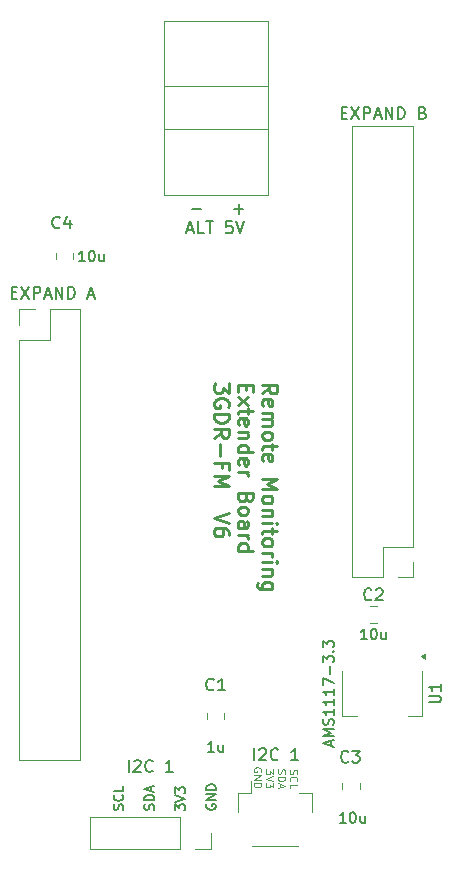
<source format=gbr>
%TF.GenerationSoftware,KiCad,Pcbnew,8.0.8*%
%TF.CreationDate,2025-01-31T12:33:27+11:00*%
%TF.ProjectId,v6_equip_joiner,76365f65-7175-4697-905f-6a6f696e6572,rev?*%
%TF.SameCoordinates,Original*%
%TF.FileFunction,Legend,Top*%
%TF.FilePolarity,Positive*%
%FSLAX46Y46*%
G04 Gerber Fmt 4.6, Leading zero omitted, Abs format (unit mm)*
G04 Created by KiCad (PCBNEW 8.0.8) date 2025-01-31 12:33:27*
%MOMM*%
%LPD*%
G01*
G04 APERTURE LIST*
%ADD10C,0.203200*%
%ADD11C,0.127000*%
%ADD12C,0.101600*%
%ADD13C,0.254000*%
%ADD14C,0.150000*%
%ADD15C,0.152400*%
%ADD16C,0.120000*%
%ADD17C,0.100000*%
G04 APERTURE END LIST*
D10*
X155671188Y-46696646D02*
X156445284Y-46696646D01*
X159251378Y-46696646D02*
X160025474Y-46696646D01*
X159638426Y-47083693D02*
X159638426Y-46309598D01*
D11*
X149814048Y-97577028D02*
X149852752Y-97460914D01*
X149852752Y-97460914D02*
X149852752Y-97267390D01*
X149852752Y-97267390D02*
X149814048Y-97189981D01*
X149814048Y-97189981D02*
X149775343Y-97151276D01*
X149775343Y-97151276D02*
X149697933Y-97112571D01*
X149697933Y-97112571D02*
X149620524Y-97112571D01*
X149620524Y-97112571D02*
X149543114Y-97151276D01*
X149543114Y-97151276D02*
X149504409Y-97189981D01*
X149504409Y-97189981D02*
X149465705Y-97267390D01*
X149465705Y-97267390D02*
X149427000Y-97422209D01*
X149427000Y-97422209D02*
X149388295Y-97499619D01*
X149388295Y-97499619D02*
X149349590Y-97538324D01*
X149349590Y-97538324D02*
X149272181Y-97577028D01*
X149272181Y-97577028D02*
X149194771Y-97577028D01*
X149194771Y-97577028D02*
X149117362Y-97538324D01*
X149117362Y-97538324D02*
X149078657Y-97499619D01*
X149078657Y-97499619D02*
X149039952Y-97422209D01*
X149039952Y-97422209D02*
X149039952Y-97228686D01*
X149039952Y-97228686D02*
X149078657Y-97112571D01*
X149775343Y-96299772D02*
X149814048Y-96338476D01*
X149814048Y-96338476D02*
X149852752Y-96454591D01*
X149852752Y-96454591D02*
X149852752Y-96532000D01*
X149852752Y-96532000D02*
X149814048Y-96648114D01*
X149814048Y-96648114D02*
X149736638Y-96725524D01*
X149736638Y-96725524D02*
X149659228Y-96764229D01*
X149659228Y-96764229D02*
X149504409Y-96802933D01*
X149504409Y-96802933D02*
X149388295Y-96802933D01*
X149388295Y-96802933D02*
X149233476Y-96764229D01*
X149233476Y-96764229D02*
X149156067Y-96725524D01*
X149156067Y-96725524D02*
X149078657Y-96648114D01*
X149078657Y-96648114D02*
X149039952Y-96532000D01*
X149039952Y-96532000D02*
X149039952Y-96454591D01*
X149039952Y-96454591D02*
X149078657Y-96338476D01*
X149078657Y-96338476D02*
X149117362Y-96299772D01*
X149852752Y-95564381D02*
X149852752Y-95951429D01*
X149852752Y-95951429D02*
X149039952Y-95951429D01*
X152431172Y-97577028D02*
X152469876Y-97460914D01*
X152469876Y-97460914D02*
X152469876Y-97267390D01*
X152469876Y-97267390D02*
X152431172Y-97189981D01*
X152431172Y-97189981D02*
X152392467Y-97151276D01*
X152392467Y-97151276D02*
X152315057Y-97112571D01*
X152315057Y-97112571D02*
X152237648Y-97112571D01*
X152237648Y-97112571D02*
X152160238Y-97151276D01*
X152160238Y-97151276D02*
X152121533Y-97189981D01*
X152121533Y-97189981D02*
X152082829Y-97267390D01*
X152082829Y-97267390D02*
X152044124Y-97422209D01*
X152044124Y-97422209D02*
X152005419Y-97499619D01*
X152005419Y-97499619D02*
X151966714Y-97538324D01*
X151966714Y-97538324D02*
X151889305Y-97577028D01*
X151889305Y-97577028D02*
X151811895Y-97577028D01*
X151811895Y-97577028D02*
X151734486Y-97538324D01*
X151734486Y-97538324D02*
X151695781Y-97499619D01*
X151695781Y-97499619D02*
X151657076Y-97422209D01*
X151657076Y-97422209D02*
X151657076Y-97228686D01*
X151657076Y-97228686D02*
X151695781Y-97112571D01*
X152469876Y-96764229D02*
X151657076Y-96764229D01*
X151657076Y-96764229D02*
X151657076Y-96570705D01*
X151657076Y-96570705D02*
X151695781Y-96454591D01*
X151695781Y-96454591D02*
X151773191Y-96377181D01*
X151773191Y-96377181D02*
X151850600Y-96338476D01*
X151850600Y-96338476D02*
X152005419Y-96299772D01*
X152005419Y-96299772D02*
X152121533Y-96299772D01*
X152121533Y-96299772D02*
X152276352Y-96338476D01*
X152276352Y-96338476D02*
X152353762Y-96377181D01*
X152353762Y-96377181D02*
X152431172Y-96454591D01*
X152431172Y-96454591D02*
X152469876Y-96570705D01*
X152469876Y-96570705D02*
X152469876Y-96764229D01*
X152237648Y-95990133D02*
X152237648Y-95603086D01*
X152469876Y-96067543D02*
X151657076Y-95796610D01*
X151657076Y-95796610D02*
X152469876Y-95525676D01*
X154274200Y-97615733D02*
X154274200Y-97112571D01*
X154274200Y-97112571D02*
X154583838Y-97383505D01*
X154583838Y-97383505D02*
X154583838Y-97267390D01*
X154583838Y-97267390D02*
X154622543Y-97189981D01*
X154622543Y-97189981D02*
X154661248Y-97151276D01*
X154661248Y-97151276D02*
X154738657Y-97112571D01*
X154738657Y-97112571D02*
X154932181Y-97112571D01*
X154932181Y-97112571D02*
X155009591Y-97151276D01*
X155009591Y-97151276D02*
X155048296Y-97189981D01*
X155048296Y-97189981D02*
X155087000Y-97267390D01*
X155087000Y-97267390D02*
X155087000Y-97499619D01*
X155087000Y-97499619D02*
X155048296Y-97577028D01*
X155048296Y-97577028D02*
X155009591Y-97615733D01*
X154274200Y-96880343D02*
X155087000Y-96609410D01*
X155087000Y-96609410D02*
X154274200Y-96338476D01*
X154274200Y-96144952D02*
X154274200Y-95641790D01*
X154274200Y-95641790D02*
X154583838Y-95912724D01*
X154583838Y-95912724D02*
X154583838Y-95796609D01*
X154583838Y-95796609D02*
X154622543Y-95719200D01*
X154622543Y-95719200D02*
X154661248Y-95680495D01*
X154661248Y-95680495D02*
X154738657Y-95641790D01*
X154738657Y-95641790D02*
X154932181Y-95641790D01*
X154932181Y-95641790D02*
X155009591Y-95680495D01*
X155009591Y-95680495D02*
X155048296Y-95719200D01*
X155048296Y-95719200D02*
X155087000Y-95796609D01*
X155087000Y-95796609D02*
X155087000Y-96028838D01*
X155087000Y-96028838D02*
X155048296Y-96106247D01*
X155048296Y-96106247D02*
X155009591Y-96144952D01*
X156930029Y-97112571D02*
X156891324Y-97189981D01*
X156891324Y-97189981D02*
X156891324Y-97306095D01*
X156891324Y-97306095D02*
X156930029Y-97422209D01*
X156930029Y-97422209D02*
X157007439Y-97499619D01*
X157007439Y-97499619D02*
X157084848Y-97538324D01*
X157084848Y-97538324D02*
X157239667Y-97577028D01*
X157239667Y-97577028D02*
X157355781Y-97577028D01*
X157355781Y-97577028D02*
X157510600Y-97538324D01*
X157510600Y-97538324D02*
X157588010Y-97499619D01*
X157588010Y-97499619D02*
X157665420Y-97422209D01*
X157665420Y-97422209D02*
X157704124Y-97306095D01*
X157704124Y-97306095D02*
X157704124Y-97228686D01*
X157704124Y-97228686D02*
X157665420Y-97112571D01*
X157665420Y-97112571D02*
X157626715Y-97073867D01*
X157626715Y-97073867D02*
X157355781Y-97073867D01*
X157355781Y-97073867D02*
X157355781Y-97228686D01*
X157704124Y-96725524D02*
X156891324Y-96725524D01*
X156891324Y-96725524D02*
X157704124Y-96261067D01*
X157704124Y-96261067D02*
X156891324Y-96261067D01*
X157704124Y-95874019D02*
X156891324Y-95874019D01*
X156891324Y-95874019D02*
X156891324Y-95680495D01*
X156891324Y-95680495D02*
X156930029Y-95564381D01*
X156930029Y-95564381D02*
X157007439Y-95486971D01*
X157007439Y-95486971D02*
X157084848Y-95448266D01*
X157084848Y-95448266D02*
X157239667Y-95409562D01*
X157239667Y-95409562D02*
X157355781Y-95409562D01*
X157355781Y-95409562D02*
X157510600Y-95448266D01*
X157510600Y-95448266D02*
X157588010Y-95486971D01*
X157588010Y-95486971D02*
X157665420Y-95564381D01*
X157665420Y-95564381D02*
X157704124Y-95680495D01*
X157704124Y-95680495D02*
X157704124Y-95874019D01*
D12*
X163987576Y-94159900D02*
X163957337Y-94250614D01*
X163957337Y-94250614D02*
X163957337Y-94401805D01*
X163957337Y-94401805D02*
X163987576Y-94462281D01*
X163987576Y-94462281D02*
X164017814Y-94492519D01*
X164017814Y-94492519D02*
X164078290Y-94522757D01*
X164078290Y-94522757D02*
X164138766Y-94522757D01*
X164138766Y-94522757D02*
X164199242Y-94492519D01*
X164199242Y-94492519D02*
X164229480Y-94462281D01*
X164229480Y-94462281D02*
X164259718Y-94401805D01*
X164259718Y-94401805D02*
X164289956Y-94280852D01*
X164289956Y-94280852D02*
X164320195Y-94220376D01*
X164320195Y-94220376D02*
X164350433Y-94190138D01*
X164350433Y-94190138D02*
X164410909Y-94159900D01*
X164410909Y-94159900D02*
X164471385Y-94159900D01*
X164471385Y-94159900D02*
X164531861Y-94190138D01*
X164531861Y-94190138D02*
X164562099Y-94220376D01*
X164562099Y-94220376D02*
X164592337Y-94280852D01*
X164592337Y-94280852D02*
X164592337Y-94432043D01*
X164592337Y-94432043D02*
X164562099Y-94522757D01*
X164017814Y-95157757D02*
X163987576Y-95127519D01*
X163987576Y-95127519D02*
X163957337Y-95036805D01*
X163957337Y-95036805D02*
X163957337Y-94976329D01*
X163957337Y-94976329D02*
X163987576Y-94885614D01*
X163987576Y-94885614D02*
X164048052Y-94825138D01*
X164048052Y-94825138D02*
X164108528Y-94794900D01*
X164108528Y-94794900D02*
X164229480Y-94764662D01*
X164229480Y-94764662D02*
X164320195Y-94764662D01*
X164320195Y-94764662D02*
X164441147Y-94794900D01*
X164441147Y-94794900D02*
X164501623Y-94825138D01*
X164501623Y-94825138D02*
X164562099Y-94885614D01*
X164562099Y-94885614D02*
X164592337Y-94976329D01*
X164592337Y-94976329D02*
X164592337Y-95036805D01*
X164592337Y-95036805D02*
X164562099Y-95127519D01*
X164562099Y-95127519D02*
X164531861Y-95157757D01*
X163957337Y-95732281D02*
X163957337Y-95429900D01*
X163957337Y-95429900D02*
X164592337Y-95429900D01*
X162965262Y-94129662D02*
X162935023Y-94220376D01*
X162935023Y-94220376D02*
X162935023Y-94371567D01*
X162935023Y-94371567D02*
X162965262Y-94432043D01*
X162965262Y-94432043D02*
X162995500Y-94462281D01*
X162995500Y-94462281D02*
X163055976Y-94492519D01*
X163055976Y-94492519D02*
X163116452Y-94492519D01*
X163116452Y-94492519D02*
X163176928Y-94462281D01*
X163176928Y-94462281D02*
X163207166Y-94432043D01*
X163207166Y-94432043D02*
X163237404Y-94371567D01*
X163237404Y-94371567D02*
X163267642Y-94250614D01*
X163267642Y-94250614D02*
X163297881Y-94190138D01*
X163297881Y-94190138D02*
X163328119Y-94159900D01*
X163328119Y-94159900D02*
X163388595Y-94129662D01*
X163388595Y-94129662D02*
X163449071Y-94129662D01*
X163449071Y-94129662D02*
X163509547Y-94159900D01*
X163509547Y-94159900D02*
X163539785Y-94190138D01*
X163539785Y-94190138D02*
X163570023Y-94250614D01*
X163570023Y-94250614D02*
X163570023Y-94401805D01*
X163570023Y-94401805D02*
X163539785Y-94492519D01*
X162935023Y-94764662D02*
X163570023Y-94764662D01*
X163570023Y-94764662D02*
X163570023Y-94915852D01*
X163570023Y-94915852D02*
X163539785Y-95006567D01*
X163539785Y-95006567D02*
X163479309Y-95067043D01*
X163479309Y-95067043D02*
X163418833Y-95097281D01*
X163418833Y-95097281D02*
X163297881Y-95127519D01*
X163297881Y-95127519D02*
X163207166Y-95127519D01*
X163207166Y-95127519D02*
X163086214Y-95097281D01*
X163086214Y-95097281D02*
X163025738Y-95067043D01*
X163025738Y-95067043D02*
X162965262Y-95006567D01*
X162965262Y-95006567D02*
X162935023Y-94915852D01*
X162935023Y-94915852D02*
X162935023Y-94764662D01*
X163116452Y-95369424D02*
X163116452Y-95671805D01*
X162935023Y-95308948D02*
X163570023Y-95520614D01*
X163570023Y-95520614D02*
X162935023Y-95732281D01*
X162547709Y-94129662D02*
X162547709Y-94522757D01*
X162547709Y-94522757D02*
X162305805Y-94311090D01*
X162305805Y-94311090D02*
X162305805Y-94401805D01*
X162305805Y-94401805D02*
X162275567Y-94462281D01*
X162275567Y-94462281D02*
X162245328Y-94492519D01*
X162245328Y-94492519D02*
X162184852Y-94522757D01*
X162184852Y-94522757D02*
X162033662Y-94522757D01*
X162033662Y-94522757D02*
X161973186Y-94492519D01*
X161973186Y-94492519D02*
X161942948Y-94462281D01*
X161942948Y-94462281D02*
X161912709Y-94401805D01*
X161912709Y-94401805D02*
X161912709Y-94220376D01*
X161912709Y-94220376D02*
X161942948Y-94159900D01*
X161942948Y-94159900D02*
X161973186Y-94129662D01*
X162547709Y-94704186D02*
X161912709Y-94915852D01*
X161912709Y-94915852D02*
X162547709Y-95127519D01*
X162547709Y-95278710D02*
X162547709Y-95671805D01*
X162547709Y-95671805D02*
X162305805Y-95460138D01*
X162305805Y-95460138D02*
X162305805Y-95550853D01*
X162305805Y-95550853D02*
X162275567Y-95611329D01*
X162275567Y-95611329D02*
X162245328Y-95641567D01*
X162245328Y-95641567D02*
X162184852Y-95671805D01*
X162184852Y-95671805D02*
X162033662Y-95671805D01*
X162033662Y-95671805D02*
X161973186Y-95641567D01*
X161973186Y-95641567D02*
X161942948Y-95611329D01*
X161942948Y-95611329D02*
X161912709Y-95550853D01*
X161912709Y-95550853D02*
X161912709Y-95369424D01*
X161912709Y-95369424D02*
X161942948Y-95308948D01*
X161942948Y-95308948D02*
X161973186Y-95278710D01*
X161495157Y-94341329D02*
X161525395Y-94280853D01*
X161525395Y-94280853D02*
X161525395Y-94190139D01*
X161525395Y-94190139D02*
X161495157Y-94099424D01*
X161495157Y-94099424D02*
X161434681Y-94038948D01*
X161434681Y-94038948D02*
X161374205Y-94008710D01*
X161374205Y-94008710D02*
X161253253Y-93978472D01*
X161253253Y-93978472D02*
X161162538Y-93978472D01*
X161162538Y-93978472D02*
X161041586Y-94008710D01*
X161041586Y-94008710D02*
X160981110Y-94038948D01*
X160981110Y-94038948D02*
X160920634Y-94099424D01*
X160920634Y-94099424D02*
X160890395Y-94190139D01*
X160890395Y-94190139D02*
X160890395Y-94250615D01*
X160890395Y-94250615D02*
X160920634Y-94341329D01*
X160920634Y-94341329D02*
X160950872Y-94371567D01*
X160950872Y-94371567D02*
X161162538Y-94371567D01*
X161162538Y-94371567D02*
X161162538Y-94250615D01*
X160890395Y-94643710D02*
X161525395Y-94643710D01*
X161525395Y-94643710D02*
X160890395Y-95006567D01*
X160890395Y-95006567D02*
X161525395Y-95006567D01*
X160890395Y-95308948D02*
X161525395Y-95308948D01*
X161525395Y-95308948D02*
X161525395Y-95460138D01*
X161525395Y-95460138D02*
X161495157Y-95550853D01*
X161495157Y-95550853D02*
X161434681Y-95611329D01*
X161434681Y-95611329D02*
X161374205Y-95641567D01*
X161374205Y-95641567D02*
X161253253Y-95671805D01*
X161253253Y-95671805D02*
X161162538Y-95671805D01*
X161162538Y-95671805D02*
X161041586Y-95641567D01*
X161041586Y-95641567D02*
X160981110Y-95611329D01*
X160981110Y-95611329D02*
X160920634Y-95550853D01*
X160920634Y-95550853D02*
X160890395Y-95460138D01*
X160890395Y-95460138D02*
X160890395Y-95308948D01*
D13*
X161636289Y-62307600D02*
X162241051Y-61884266D01*
X161636289Y-61581885D02*
X162906289Y-61581885D01*
X162906289Y-61581885D02*
X162906289Y-62065695D01*
X162906289Y-62065695D02*
X162845813Y-62186647D01*
X162845813Y-62186647D02*
X162785337Y-62247124D01*
X162785337Y-62247124D02*
X162664385Y-62307600D01*
X162664385Y-62307600D02*
X162482956Y-62307600D01*
X162482956Y-62307600D02*
X162362004Y-62247124D01*
X162362004Y-62247124D02*
X162301527Y-62186647D01*
X162301527Y-62186647D02*
X162241051Y-62065695D01*
X162241051Y-62065695D02*
X162241051Y-61581885D01*
X161696766Y-63335695D02*
X161636289Y-63214743D01*
X161636289Y-63214743D02*
X161636289Y-62972838D01*
X161636289Y-62972838D02*
X161696766Y-62851885D01*
X161696766Y-62851885D02*
X161817718Y-62791409D01*
X161817718Y-62791409D02*
X162301527Y-62791409D01*
X162301527Y-62791409D02*
X162422480Y-62851885D01*
X162422480Y-62851885D02*
X162482956Y-62972838D01*
X162482956Y-62972838D02*
X162482956Y-63214743D01*
X162482956Y-63214743D02*
X162422480Y-63335695D01*
X162422480Y-63335695D02*
X162301527Y-63396171D01*
X162301527Y-63396171D02*
X162180575Y-63396171D01*
X162180575Y-63396171D02*
X162059623Y-62791409D01*
X161636289Y-63940456D02*
X162482956Y-63940456D01*
X162362004Y-63940456D02*
X162422480Y-64000933D01*
X162422480Y-64000933D02*
X162482956Y-64121885D01*
X162482956Y-64121885D02*
X162482956Y-64303314D01*
X162482956Y-64303314D02*
X162422480Y-64424266D01*
X162422480Y-64424266D02*
X162301527Y-64484742D01*
X162301527Y-64484742D02*
X161636289Y-64484742D01*
X162301527Y-64484742D02*
X162422480Y-64545218D01*
X162422480Y-64545218D02*
X162482956Y-64666171D01*
X162482956Y-64666171D02*
X162482956Y-64847599D01*
X162482956Y-64847599D02*
X162422480Y-64968552D01*
X162422480Y-64968552D02*
X162301527Y-65029028D01*
X162301527Y-65029028D02*
X161636289Y-65029028D01*
X161636289Y-65815218D02*
X161696766Y-65694266D01*
X161696766Y-65694266D02*
X161757242Y-65633789D01*
X161757242Y-65633789D02*
X161878194Y-65573313D01*
X161878194Y-65573313D02*
X162241051Y-65573313D01*
X162241051Y-65573313D02*
X162362004Y-65633789D01*
X162362004Y-65633789D02*
X162422480Y-65694266D01*
X162422480Y-65694266D02*
X162482956Y-65815218D01*
X162482956Y-65815218D02*
X162482956Y-65996647D01*
X162482956Y-65996647D02*
X162422480Y-66117599D01*
X162422480Y-66117599D02*
X162362004Y-66178075D01*
X162362004Y-66178075D02*
X162241051Y-66238551D01*
X162241051Y-66238551D02*
X161878194Y-66238551D01*
X161878194Y-66238551D02*
X161757242Y-66178075D01*
X161757242Y-66178075D02*
X161696766Y-66117599D01*
X161696766Y-66117599D02*
X161636289Y-65996647D01*
X161636289Y-65996647D02*
X161636289Y-65815218D01*
X162482956Y-66601409D02*
X162482956Y-67085218D01*
X162906289Y-66782837D02*
X161817718Y-66782837D01*
X161817718Y-66782837D02*
X161696766Y-66843314D01*
X161696766Y-66843314D02*
X161636289Y-66964266D01*
X161636289Y-66964266D02*
X161636289Y-67085218D01*
X161696766Y-67992361D02*
X161636289Y-67871409D01*
X161636289Y-67871409D02*
X161636289Y-67629504D01*
X161636289Y-67629504D02*
X161696766Y-67508551D01*
X161696766Y-67508551D02*
X161817718Y-67448075D01*
X161817718Y-67448075D02*
X162301527Y-67448075D01*
X162301527Y-67448075D02*
X162422480Y-67508551D01*
X162422480Y-67508551D02*
X162482956Y-67629504D01*
X162482956Y-67629504D02*
X162482956Y-67871409D01*
X162482956Y-67871409D02*
X162422480Y-67992361D01*
X162422480Y-67992361D02*
X162301527Y-68052837D01*
X162301527Y-68052837D02*
X162180575Y-68052837D01*
X162180575Y-68052837D02*
X162059623Y-67448075D01*
X161636289Y-69564741D02*
X162906289Y-69564741D01*
X162906289Y-69564741D02*
X161999146Y-69988075D01*
X161999146Y-69988075D02*
X162906289Y-70411408D01*
X162906289Y-70411408D02*
X161636289Y-70411408D01*
X161636289Y-71197599D02*
X161696766Y-71076647D01*
X161696766Y-71076647D02*
X161757242Y-71016170D01*
X161757242Y-71016170D02*
X161878194Y-70955694D01*
X161878194Y-70955694D02*
X162241051Y-70955694D01*
X162241051Y-70955694D02*
X162362004Y-71016170D01*
X162362004Y-71016170D02*
X162422480Y-71076647D01*
X162422480Y-71076647D02*
X162482956Y-71197599D01*
X162482956Y-71197599D02*
X162482956Y-71379028D01*
X162482956Y-71379028D02*
X162422480Y-71499980D01*
X162422480Y-71499980D02*
X162362004Y-71560456D01*
X162362004Y-71560456D02*
X162241051Y-71620932D01*
X162241051Y-71620932D02*
X161878194Y-71620932D01*
X161878194Y-71620932D02*
X161757242Y-71560456D01*
X161757242Y-71560456D02*
X161696766Y-71499980D01*
X161696766Y-71499980D02*
X161636289Y-71379028D01*
X161636289Y-71379028D02*
X161636289Y-71197599D01*
X162482956Y-72165218D02*
X161636289Y-72165218D01*
X162362004Y-72165218D02*
X162422480Y-72225695D01*
X162422480Y-72225695D02*
X162482956Y-72346647D01*
X162482956Y-72346647D02*
X162482956Y-72528076D01*
X162482956Y-72528076D02*
X162422480Y-72649028D01*
X162422480Y-72649028D02*
X162301527Y-72709504D01*
X162301527Y-72709504D02*
X161636289Y-72709504D01*
X161636289Y-73314266D02*
X162482956Y-73314266D01*
X162906289Y-73314266D02*
X162845813Y-73253790D01*
X162845813Y-73253790D02*
X162785337Y-73314266D01*
X162785337Y-73314266D02*
X162845813Y-73374743D01*
X162845813Y-73374743D02*
X162906289Y-73314266D01*
X162906289Y-73314266D02*
X162785337Y-73314266D01*
X162482956Y-73737600D02*
X162482956Y-74221409D01*
X162906289Y-73919028D02*
X161817718Y-73919028D01*
X161817718Y-73919028D02*
X161696766Y-73979505D01*
X161696766Y-73979505D02*
X161636289Y-74100457D01*
X161636289Y-74100457D02*
X161636289Y-74221409D01*
X161636289Y-74826171D02*
X161696766Y-74705219D01*
X161696766Y-74705219D02*
X161757242Y-74644742D01*
X161757242Y-74644742D02*
X161878194Y-74584266D01*
X161878194Y-74584266D02*
X162241051Y-74584266D01*
X162241051Y-74584266D02*
X162362004Y-74644742D01*
X162362004Y-74644742D02*
X162422480Y-74705219D01*
X162422480Y-74705219D02*
X162482956Y-74826171D01*
X162482956Y-74826171D02*
X162482956Y-75007600D01*
X162482956Y-75007600D02*
X162422480Y-75128552D01*
X162422480Y-75128552D02*
X162362004Y-75189028D01*
X162362004Y-75189028D02*
X162241051Y-75249504D01*
X162241051Y-75249504D02*
X161878194Y-75249504D01*
X161878194Y-75249504D02*
X161757242Y-75189028D01*
X161757242Y-75189028D02*
X161696766Y-75128552D01*
X161696766Y-75128552D02*
X161636289Y-75007600D01*
X161636289Y-75007600D02*
X161636289Y-74826171D01*
X161636289Y-75793790D02*
X162482956Y-75793790D01*
X162241051Y-75793790D02*
X162362004Y-75854267D01*
X162362004Y-75854267D02*
X162422480Y-75914743D01*
X162422480Y-75914743D02*
X162482956Y-76035695D01*
X162482956Y-76035695D02*
X162482956Y-76156648D01*
X161636289Y-76579980D02*
X162482956Y-76579980D01*
X162906289Y-76579980D02*
X162845813Y-76519504D01*
X162845813Y-76519504D02*
X162785337Y-76579980D01*
X162785337Y-76579980D02*
X162845813Y-76640457D01*
X162845813Y-76640457D02*
X162906289Y-76579980D01*
X162906289Y-76579980D02*
X162785337Y-76579980D01*
X162482956Y-77184742D02*
X161636289Y-77184742D01*
X162362004Y-77184742D02*
X162422480Y-77245219D01*
X162422480Y-77245219D02*
X162482956Y-77366171D01*
X162482956Y-77366171D02*
X162482956Y-77547600D01*
X162482956Y-77547600D02*
X162422480Y-77668552D01*
X162422480Y-77668552D02*
X162301527Y-77729028D01*
X162301527Y-77729028D02*
X161636289Y-77729028D01*
X162482956Y-78878076D02*
X161454861Y-78878076D01*
X161454861Y-78878076D02*
X161333908Y-78817600D01*
X161333908Y-78817600D02*
X161273432Y-78757124D01*
X161273432Y-78757124D02*
X161212956Y-78636171D01*
X161212956Y-78636171D02*
X161212956Y-78454743D01*
X161212956Y-78454743D02*
X161273432Y-78333790D01*
X161696766Y-78878076D02*
X161636289Y-78757124D01*
X161636289Y-78757124D02*
X161636289Y-78515219D01*
X161636289Y-78515219D02*
X161696766Y-78394267D01*
X161696766Y-78394267D02*
X161757242Y-78333790D01*
X161757242Y-78333790D02*
X161878194Y-78273314D01*
X161878194Y-78273314D02*
X162241051Y-78273314D01*
X162241051Y-78273314D02*
X162362004Y-78333790D01*
X162362004Y-78333790D02*
X162422480Y-78394267D01*
X162422480Y-78394267D02*
X162482956Y-78515219D01*
X162482956Y-78515219D02*
X162482956Y-78757124D01*
X162482956Y-78757124D02*
X162422480Y-78878076D01*
X160256898Y-61581885D02*
X160256898Y-62005219D01*
X159591660Y-62186647D02*
X159591660Y-61581885D01*
X159591660Y-61581885D02*
X160861660Y-61581885D01*
X160861660Y-61581885D02*
X160861660Y-62186647D01*
X159591660Y-62609981D02*
X160438327Y-63275219D01*
X160438327Y-62609981D02*
X159591660Y-63275219D01*
X160438327Y-63577600D02*
X160438327Y-64061409D01*
X160861660Y-63759028D02*
X159773089Y-63759028D01*
X159773089Y-63759028D02*
X159652137Y-63819505D01*
X159652137Y-63819505D02*
X159591660Y-63940457D01*
X159591660Y-63940457D02*
X159591660Y-64061409D01*
X159652137Y-64968552D02*
X159591660Y-64847600D01*
X159591660Y-64847600D02*
X159591660Y-64605695D01*
X159591660Y-64605695D02*
X159652137Y-64484742D01*
X159652137Y-64484742D02*
X159773089Y-64424266D01*
X159773089Y-64424266D02*
X160256898Y-64424266D01*
X160256898Y-64424266D02*
X160377851Y-64484742D01*
X160377851Y-64484742D02*
X160438327Y-64605695D01*
X160438327Y-64605695D02*
X160438327Y-64847600D01*
X160438327Y-64847600D02*
X160377851Y-64968552D01*
X160377851Y-64968552D02*
X160256898Y-65029028D01*
X160256898Y-65029028D02*
X160135946Y-65029028D01*
X160135946Y-65029028D02*
X160014994Y-64424266D01*
X160438327Y-65573313D02*
X159591660Y-65573313D01*
X160317375Y-65573313D02*
X160377851Y-65633790D01*
X160377851Y-65633790D02*
X160438327Y-65754742D01*
X160438327Y-65754742D02*
X160438327Y-65936171D01*
X160438327Y-65936171D02*
X160377851Y-66057123D01*
X160377851Y-66057123D02*
X160256898Y-66117599D01*
X160256898Y-66117599D02*
X159591660Y-66117599D01*
X159591660Y-67266647D02*
X160861660Y-67266647D01*
X159652137Y-67266647D02*
X159591660Y-67145695D01*
X159591660Y-67145695D02*
X159591660Y-66903790D01*
X159591660Y-66903790D02*
X159652137Y-66782838D01*
X159652137Y-66782838D02*
X159712613Y-66722361D01*
X159712613Y-66722361D02*
X159833565Y-66661885D01*
X159833565Y-66661885D02*
X160196422Y-66661885D01*
X160196422Y-66661885D02*
X160317375Y-66722361D01*
X160317375Y-66722361D02*
X160377851Y-66782838D01*
X160377851Y-66782838D02*
X160438327Y-66903790D01*
X160438327Y-66903790D02*
X160438327Y-67145695D01*
X160438327Y-67145695D02*
X160377851Y-67266647D01*
X159652137Y-68355219D02*
X159591660Y-68234267D01*
X159591660Y-68234267D02*
X159591660Y-67992362D01*
X159591660Y-67992362D02*
X159652137Y-67871409D01*
X159652137Y-67871409D02*
X159773089Y-67810933D01*
X159773089Y-67810933D02*
X160256898Y-67810933D01*
X160256898Y-67810933D02*
X160377851Y-67871409D01*
X160377851Y-67871409D02*
X160438327Y-67992362D01*
X160438327Y-67992362D02*
X160438327Y-68234267D01*
X160438327Y-68234267D02*
X160377851Y-68355219D01*
X160377851Y-68355219D02*
X160256898Y-68415695D01*
X160256898Y-68415695D02*
X160135946Y-68415695D01*
X160135946Y-68415695D02*
X160014994Y-67810933D01*
X159591660Y-68959980D02*
X160438327Y-68959980D01*
X160196422Y-68959980D02*
X160317375Y-69020457D01*
X160317375Y-69020457D02*
X160377851Y-69080933D01*
X160377851Y-69080933D02*
X160438327Y-69201885D01*
X160438327Y-69201885D02*
X160438327Y-69322838D01*
X160256898Y-71137123D02*
X160196422Y-71318551D01*
X160196422Y-71318551D02*
X160135946Y-71379028D01*
X160135946Y-71379028D02*
X160014994Y-71439504D01*
X160014994Y-71439504D02*
X159833565Y-71439504D01*
X159833565Y-71439504D02*
X159712613Y-71379028D01*
X159712613Y-71379028D02*
X159652137Y-71318551D01*
X159652137Y-71318551D02*
X159591660Y-71197599D01*
X159591660Y-71197599D02*
X159591660Y-70713789D01*
X159591660Y-70713789D02*
X160861660Y-70713789D01*
X160861660Y-70713789D02*
X160861660Y-71137123D01*
X160861660Y-71137123D02*
X160801184Y-71258075D01*
X160801184Y-71258075D02*
X160740708Y-71318551D01*
X160740708Y-71318551D02*
X160619756Y-71379028D01*
X160619756Y-71379028D02*
X160498803Y-71379028D01*
X160498803Y-71379028D02*
X160377851Y-71318551D01*
X160377851Y-71318551D02*
X160317375Y-71258075D01*
X160317375Y-71258075D02*
X160256898Y-71137123D01*
X160256898Y-71137123D02*
X160256898Y-70713789D01*
X159591660Y-72165218D02*
X159652137Y-72044266D01*
X159652137Y-72044266D02*
X159712613Y-71983789D01*
X159712613Y-71983789D02*
X159833565Y-71923313D01*
X159833565Y-71923313D02*
X160196422Y-71923313D01*
X160196422Y-71923313D02*
X160317375Y-71983789D01*
X160317375Y-71983789D02*
X160377851Y-72044266D01*
X160377851Y-72044266D02*
X160438327Y-72165218D01*
X160438327Y-72165218D02*
X160438327Y-72346647D01*
X160438327Y-72346647D02*
X160377851Y-72467599D01*
X160377851Y-72467599D02*
X160317375Y-72528075D01*
X160317375Y-72528075D02*
X160196422Y-72588551D01*
X160196422Y-72588551D02*
X159833565Y-72588551D01*
X159833565Y-72588551D02*
X159712613Y-72528075D01*
X159712613Y-72528075D02*
X159652137Y-72467599D01*
X159652137Y-72467599D02*
X159591660Y-72346647D01*
X159591660Y-72346647D02*
X159591660Y-72165218D01*
X159591660Y-73677123D02*
X160256898Y-73677123D01*
X160256898Y-73677123D02*
X160377851Y-73616647D01*
X160377851Y-73616647D02*
X160438327Y-73495695D01*
X160438327Y-73495695D02*
X160438327Y-73253790D01*
X160438327Y-73253790D02*
X160377851Y-73132837D01*
X159652137Y-73677123D02*
X159591660Y-73556171D01*
X159591660Y-73556171D02*
X159591660Y-73253790D01*
X159591660Y-73253790D02*
X159652137Y-73132837D01*
X159652137Y-73132837D02*
X159773089Y-73072361D01*
X159773089Y-73072361D02*
X159894041Y-73072361D01*
X159894041Y-73072361D02*
X160014994Y-73132837D01*
X160014994Y-73132837D02*
X160075470Y-73253790D01*
X160075470Y-73253790D02*
X160075470Y-73556171D01*
X160075470Y-73556171D02*
X160135946Y-73677123D01*
X159591660Y-74281885D02*
X160438327Y-74281885D01*
X160196422Y-74281885D02*
X160317375Y-74342362D01*
X160317375Y-74342362D02*
X160377851Y-74402838D01*
X160377851Y-74402838D02*
X160438327Y-74523790D01*
X160438327Y-74523790D02*
X160438327Y-74644743D01*
X159591660Y-75612361D02*
X160861660Y-75612361D01*
X159652137Y-75612361D02*
X159591660Y-75491409D01*
X159591660Y-75491409D02*
X159591660Y-75249504D01*
X159591660Y-75249504D02*
X159652137Y-75128552D01*
X159652137Y-75128552D02*
X159712613Y-75068075D01*
X159712613Y-75068075D02*
X159833565Y-75007599D01*
X159833565Y-75007599D02*
X160196422Y-75007599D01*
X160196422Y-75007599D02*
X160317375Y-75068075D01*
X160317375Y-75068075D02*
X160377851Y-75128552D01*
X160377851Y-75128552D02*
X160438327Y-75249504D01*
X160438327Y-75249504D02*
X160438327Y-75491409D01*
X160438327Y-75491409D02*
X160377851Y-75612361D01*
X158817031Y-61460933D02*
X158817031Y-62247124D01*
X158817031Y-62247124D02*
X158333222Y-61823790D01*
X158333222Y-61823790D02*
X158333222Y-62005219D01*
X158333222Y-62005219D02*
X158272746Y-62126171D01*
X158272746Y-62126171D02*
X158212269Y-62186647D01*
X158212269Y-62186647D02*
X158091317Y-62247124D01*
X158091317Y-62247124D02*
X157788936Y-62247124D01*
X157788936Y-62247124D02*
X157667984Y-62186647D01*
X157667984Y-62186647D02*
X157607508Y-62126171D01*
X157607508Y-62126171D02*
X157547031Y-62005219D01*
X157547031Y-62005219D02*
X157547031Y-61642362D01*
X157547031Y-61642362D02*
X157607508Y-61521409D01*
X157607508Y-61521409D02*
X157667984Y-61460933D01*
X158756555Y-63456648D02*
X158817031Y-63335695D01*
X158817031Y-63335695D02*
X158817031Y-63154267D01*
X158817031Y-63154267D02*
X158756555Y-62972838D01*
X158756555Y-62972838D02*
X158635603Y-62851886D01*
X158635603Y-62851886D02*
X158514650Y-62791409D01*
X158514650Y-62791409D02*
X158272746Y-62730933D01*
X158272746Y-62730933D02*
X158091317Y-62730933D01*
X158091317Y-62730933D02*
X157849412Y-62791409D01*
X157849412Y-62791409D02*
X157728460Y-62851886D01*
X157728460Y-62851886D02*
X157607508Y-62972838D01*
X157607508Y-62972838D02*
X157547031Y-63154267D01*
X157547031Y-63154267D02*
X157547031Y-63275219D01*
X157547031Y-63275219D02*
X157607508Y-63456648D01*
X157607508Y-63456648D02*
X157667984Y-63517124D01*
X157667984Y-63517124D02*
X158091317Y-63517124D01*
X158091317Y-63517124D02*
X158091317Y-63275219D01*
X157547031Y-64061409D02*
X158817031Y-64061409D01*
X158817031Y-64061409D02*
X158817031Y-64363790D01*
X158817031Y-64363790D02*
X158756555Y-64545219D01*
X158756555Y-64545219D02*
X158635603Y-64666171D01*
X158635603Y-64666171D02*
X158514650Y-64726648D01*
X158514650Y-64726648D02*
X158272746Y-64787124D01*
X158272746Y-64787124D02*
X158091317Y-64787124D01*
X158091317Y-64787124D02*
X157849412Y-64726648D01*
X157849412Y-64726648D02*
X157728460Y-64666171D01*
X157728460Y-64666171D02*
X157607508Y-64545219D01*
X157607508Y-64545219D02*
X157547031Y-64363790D01*
X157547031Y-64363790D02*
X157547031Y-64061409D01*
X157547031Y-66057124D02*
X158151793Y-65633790D01*
X157547031Y-65331409D02*
X158817031Y-65331409D01*
X158817031Y-65331409D02*
X158817031Y-65815219D01*
X158817031Y-65815219D02*
X158756555Y-65936171D01*
X158756555Y-65936171D02*
X158696079Y-65996648D01*
X158696079Y-65996648D02*
X158575127Y-66057124D01*
X158575127Y-66057124D02*
X158393698Y-66057124D01*
X158393698Y-66057124D02*
X158272746Y-65996648D01*
X158272746Y-65996648D02*
X158212269Y-65936171D01*
X158212269Y-65936171D02*
X158151793Y-65815219D01*
X158151793Y-65815219D02*
X158151793Y-65331409D01*
X158030841Y-66601409D02*
X158030841Y-67569029D01*
X158212269Y-68597124D02*
X158212269Y-68173790D01*
X157547031Y-68173790D02*
X158817031Y-68173790D01*
X158817031Y-68173790D02*
X158817031Y-68778552D01*
X157547031Y-69262361D02*
X158817031Y-69262361D01*
X158817031Y-69262361D02*
X157909888Y-69685695D01*
X157909888Y-69685695D02*
X158817031Y-70109028D01*
X158817031Y-70109028D02*
X157547031Y-70109028D01*
X158817031Y-72467600D02*
X157547031Y-72890933D01*
X157547031Y-72890933D02*
X158817031Y-73314267D01*
X158817031Y-74281885D02*
X158817031Y-74039980D01*
X158817031Y-74039980D02*
X158756555Y-73919028D01*
X158756555Y-73919028D02*
X158696079Y-73858552D01*
X158696079Y-73858552D02*
X158514650Y-73737599D01*
X158514650Y-73737599D02*
X158272746Y-73677123D01*
X158272746Y-73677123D02*
X157788936Y-73677123D01*
X157788936Y-73677123D02*
X157667984Y-73737599D01*
X157667984Y-73737599D02*
X157607508Y-73798076D01*
X157607508Y-73798076D02*
X157547031Y-73919028D01*
X157547031Y-73919028D02*
X157547031Y-74160933D01*
X157547031Y-74160933D02*
X157607508Y-74281885D01*
X157607508Y-74281885D02*
X157667984Y-74342361D01*
X157667984Y-74342361D02*
X157788936Y-74402838D01*
X157788936Y-74402838D02*
X158091317Y-74402838D01*
X158091317Y-74402838D02*
X158212269Y-74342361D01*
X158212269Y-74342361D02*
X158272746Y-74281885D01*
X158272746Y-74281885D02*
X158333222Y-74160933D01*
X158333222Y-74160933D02*
X158333222Y-73919028D01*
X158333222Y-73919028D02*
X158272746Y-73798076D01*
X158272746Y-73798076D02*
X158212269Y-73737599D01*
X158212269Y-73737599D02*
X158091317Y-73677123D01*
D14*
X144486333Y-48242480D02*
X144438714Y-48290100D01*
X144438714Y-48290100D02*
X144295857Y-48337719D01*
X144295857Y-48337719D02*
X144200619Y-48337719D01*
X144200619Y-48337719D02*
X144057762Y-48290100D01*
X144057762Y-48290100D02*
X143962524Y-48194861D01*
X143962524Y-48194861D02*
X143914905Y-48099623D01*
X143914905Y-48099623D02*
X143867286Y-47909147D01*
X143867286Y-47909147D02*
X143867286Y-47766290D01*
X143867286Y-47766290D02*
X143914905Y-47575814D01*
X143914905Y-47575814D02*
X143962524Y-47480576D01*
X143962524Y-47480576D02*
X144057762Y-47385338D01*
X144057762Y-47385338D02*
X144200619Y-47337719D01*
X144200619Y-47337719D02*
X144295857Y-47337719D01*
X144295857Y-47337719D02*
X144438714Y-47385338D01*
X144438714Y-47385338D02*
X144486333Y-47432957D01*
X145343476Y-47671052D02*
X145343476Y-48337719D01*
X145105381Y-47290100D02*
X144867286Y-48004385D01*
X144867286Y-48004385D02*
X145486333Y-48004385D01*
D11*
X146596100Y-51124565D02*
X146088100Y-51124565D01*
X146342100Y-51124565D02*
X146342100Y-50235565D01*
X146342100Y-50235565D02*
X146257433Y-50362565D01*
X146257433Y-50362565D02*
X146172767Y-50447232D01*
X146172767Y-50447232D02*
X146088100Y-50489565D01*
X147146434Y-50235565D02*
X147231100Y-50235565D01*
X147231100Y-50235565D02*
X147315767Y-50277898D01*
X147315767Y-50277898D02*
X147358100Y-50320232D01*
X147358100Y-50320232D02*
X147400434Y-50404898D01*
X147400434Y-50404898D02*
X147442767Y-50574232D01*
X147442767Y-50574232D02*
X147442767Y-50785898D01*
X147442767Y-50785898D02*
X147400434Y-50955232D01*
X147400434Y-50955232D02*
X147358100Y-51039898D01*
X147358100Y-51039898D02*
X147315767Y-51082232D01*
X147315767Y-51082232D02*
X147231100Y-51124565D01*
X147231100Y-51124565D02*
X147146434Y-51124565D01*
X147146434Y-51124565D02*
X147061767Y-51082232D01*
X147061767Y-51082232D02*
X147019434Y-51039898D01*
X147019434Y-51039898D02*
X146977100Y-50955232D01*
X146977100Y-50955232D02*
X146934767Y-50785898D01*
X146934767Y-50785898D02*
X146934767Y-50574232D01*
X146934767Y-50574232D02*
X146977100Y-50404898D01*
X146977100Y-50404898D02*
X147019434Y-50320232D01*
X147019434Y-50320232D02*
X147061767Y-50277898D01*
X147061767Y-50277898D02*
X147146434Y-50235565D01*
X148204767Y-50531898D02*
X148204767Y-51124565D01*
X147823767Y-50531898D02*
X147823767Y-50997565D01*
X147823767Y-50997565D02*
X147866101Y-51082232D01*
X147866101Y-51082232D02*
X147950767Y-51124565D01*
X147950767Y-51124565D02*
X148077767Y-51124565D01*
X148077767Y-51124565D02*
X148162434Y-51082232D01*
X148162434Y-51082232D02*
X148204767Y-51039898D01*
D14*
X168921133Y-93475980D02*
X168873514Y-93523600D01*
X168873514Y-93523600D02*
X168730657Y-93571219D01*
X168730657Y-93571219D02*
X168635419Y-93571219D01*
X168635419Y-93571219D02*
X168492562Y-93523600D01*
X168492562Y-93523600D02*
X168397324Y-93428361D01*
X168397324Y-93428361D02*
X168349705Y-93333123D01*
X168349705Y-93333123D02*
X168302086Y-93142647D01*
X168302086Y-93142647D02*
X168302086Y-92999790D01*
X168302086Y-92999790D02*
X168349705Y-92809314D01*
X168349705Y-92809314D02*
X168397324Y-92714076D01*
X168397324Y-92714076D02*
X168492562Y-92618838D01*
X168492562Y-92618838D02*
X168635419Y-92571219D01*
X168635419Y-92571219D02*
X168730657Y-92571219D01*
X168730657Y-92571219D02*
X168873514Y-92618838D01*
X168873514Y-92618838D02*
X168921133Y-92666457D01*
X169254467Y-92571219D02*
X169873514Y-92571219D01*
X169873514Y-92571219D02*
X169540181Y-92952171D01*
X169540181Y-92952171D02*
X169683038Y-92952171D01*
X169683038Y-92952171D02*
X169778276Y-92999790D01*
X169778276Y-92999790D02*
X169825895Y-93047409D01*
X169825895Y-93047409D02*
X169873514Y-93142647D01*
X169873514Y-93142647D02*
X169873514Y-93380742D01*
X169873514Y-93380742D02*
X169825895Y-93475980D01*
X169825895Y-93475980D02*
X169778276Y-93523600D01*
X169778276Y-93523600D02*
X169683038Y-93571219D01*
X169683038Y-93571219D02*
X169397324Y-93571219D01*
X169397324Y-93571219D02*
X169302086Y-93523600D01*
X169302086Y-93523600D02*
X169254467Y-93475980D01*
D11*
X168694100Y-98651865D02*
X168186100Y-98651865D01*
X168440100Y-98651865D02*
X168440100Y-97762865D01*
X168440100Y-97762865D02*
X168355433Y-97889865D01*
X168355433Y-97889865D02*
X168270767Y-97974532D01*
X168270767Y-97974532D02*
X168186100Y-98016865D01*
X169244434Y-97762865D02*
X169329100Y-97762865D01*
X169329100Y-97762865D02*
X169413767Y-97805198D01*
X169413767Y-97805198D02*
X169456100Y-97847532D01*
X169456100Y-97847532D02*
X169498434Y-97932198D01*
X169498434Y-97932198D02*
X169540767Y-98101532D01*
X169540767Y-98101532D02*
X169540767Y-98313198D01*
X169540767Y-98313198D02*
X169498434Y-98482532D01*
X169498434Y-98482532D02*
X169456100Y-98567198D01*
X169456100Y-98567198D02*
X169413767Y-98609532D01*
X169413767Y-98609532D02*
X169329100Y-98651865D01*
X169329100Y-98651865D02*
X169244434Y-98651865D01*
X169244434Y-98651865D02*
X169159767Y-98609532D01*
X169159767Y-98609532D02*
X169117434Y-98567198D01*
X169117434Y-98567198D02*
X169075100Y-98482532D01*
X169075100Y-98482532D02*
X169032767Y-98313198D01*
X169032767Y-98313198D02*
X169032767Y-98101532D01*
X169032767Y-98101532D02*
X169075100Y-97932198D01*
X169075100Y-97932198D02*
X169117434Y-97847532D01*
X169117434Y-97847532D02*
X169159767Y-97805198D01*
X169159767Y-97805198D02*
X169244434Y-97762865D01*
X170302767Y-98059198D02*
X170302767Y-98651865D01*
X169921767Y-98059198D02*
X169921767Y-98524865D01*
X169921767Y-98524865D02*
X169964101Y-98609532D01*
X169964101Y-98609532D02*
X170048767Y-98651865D01*
X170048767Y-98651865D02*
X170175767Y-98651865D01*
X170175767Y-98651865D02*
X170260434Y-98609532D01*
X170260434Y-98609532D02*
X170302767Y-98567198D01*
D14*
X160955267Y-93368019D02*
X160955267Y-92368019D01*
X161383838Y-92463257D02*
X161431457Y-92415638D01*
X161431457Y-92415638D02*
X161526695Y-92368019D01*
X161526695Y-92368019D02*
X161764790Y-92368019D01*
X161764790Y-92368019D02*
X161860028Y-92415638D01*
X161860028Y-92415638D02*
X161907647Y-92463257D01*
X161907647Y-92463257D02*
X161955266Y-92558495D01*
X161955266Y-92558495D02*
X161955266Y-92653733D01*
X161955266Y-92653733D02*
X161907647Y-92796590D01*
X161907647Y-92796590D02*
X161336219Y-93368019D01*
X161336219Y-93368019D02*
X161955266Y-93368019D01*
X162955266Y-93272780D02*
X162907647Y-93320400D01*
X162907647Y-93320400D02*
X162764790Y-93368019D01*
X162764790Y-93368019D02*
X162669552Y-93368019D01*
X162669552Y-93368019D02*
X162526695Y-93320400D01*
X162526695Y-93320400D02*
X162431457Y-93225161D01*
X162431457Y-93225161D02*
X162383838Y-93129923D01*
X162383838Y-93129923D02*
X162336219Y-92939447D01*
X162336219Y-92939447D02*
X162336219Y-92796590D01*
X162336219Y-92796590D02*
X162383838Y-92606114D01*
X162383838Y-92606114D02*
X162431457Y-92510876D01*
X162431457Y-92510876D02*
X162526695Y-92415638D01*
X162526695Y-92415638D02*
X162669552Y-92368019D01*
X162669552Y-92368019D02*
X162764790Y-92368019D01*
X162764790Y-92368019D02*
X162907647Y-92415638D01*
X162907647Y-92415638D02*
X162955266Y-92463257D01*
X164669552Y-93368019D02*
X164098124Y-93368019D01*
X164383838Y-93368019D02*
X164383838Y-92368019D01*
X164383838Y-92368019D02*
X164288600Y-92510876D01*
X164288600Y-92510876D02*
X164193362Y-92606114D01*
X164193362Y-92606114D02*
X164098124Y-92653733D01*
X175735019Y-88468104D02*
X176544542Y-88468104D01*
X176544542Y-88468104D02*
X176639780Y-88420485D01*
X176639780Y-88420485D02*
X176687400Y-88372866D01*
X176687400Y-88372866D02*
X176735019Y-88277628D01*
X176735019Y-88277628D02*
X176735019Y-88087152D01*
X176735019Y-88087152D02*
X176687400Y-87991914D01*
X176687400Y-87991914D02*
X176639780Y-87944295D01*
X176639780Y-87944295D02*
X176544542Y-87896676D01*
X176544542Y-87896676D02*
X175735019Y-87896676D01*
X176735019Y-86896676D02*
X176735019Y-87468104D01*
X176735019Y-87182390D02*
X175735019Y-87182390D01*
X175735019Y-87182390D02*
X175877876Y-87277628D01*
X175877876Y-87277628D02*
X175973114Y-87372866D01*
X175973114Y-87372866D02*
X176020733Y-87468104D01*
D11*
X167430865Y-92151200D02*
X167430865Y-91727867D01*
X167684865Y-92235867D02*
X166795865Y-91939534D01*
X166795865Y-91939534D02*
X167684865Y-91643200D01*
X167684865Y-91346867D02*
X166795865Y-91346867D01*
X166795865Y-91346867D02*
X167430865Y-91050534D01*
X167430865Y-91050534D02*
X166795865Y-90754200D01*
X166795865Y-90754200D02*
X167684865Y-90754200D01*
X167642532Y-90373200D02*
X167684865Y-90246200D01*
X167684865Y-90246200D02*
X167684865Y-90034534D01*
X167684865Y-90034534D02*
X167642532Y-89949867D01*
X167642532Y-89949867D02*
X167600198Y-89907534D01*
X167600198Y-89907534D02*
X167515532Y-89865200D01*
X167515532Y-89865200D02*
X167430865Y-89865200D01*
X167430865Y-89865200D02*
X167346198Y-89907534D01*
X167346198Y-89907534D02*
X167303865Y-89949867D01*
X167303865Y-89949867D02*
X167261532Y-90034534D01*
X167261532Y-90034534D02*
X167219198Y-90203867D01*
X167219198Y-90203867D02*
X167176865Y-90288534D01*
X167176865Y-90288534D02*
X167134532Y-90330867D01*
X167134532Y-90330867D02*
X167049865Y-90373200D01*
X167049865Y-90373200D02*
X166965198Y-90373200D01*
X166965198Y-90373200D02*
X166880532Y-90330867D01*
X166880532Y-90330867D02*
X166838198Y-90288534D01*
X166838198Y-90288534D02*
X166795865Y-90203867D01*
X166795865Y-90203867D02*
X166795865Y-89992200D01*
X166795865Y-89992200D02*
X166838198Y-89865200D01*
X167684865Y-89018533D02*
X167684865Y-89526533D01*
X167684865Y-89272533D02*
X166795865Y-89272533D01*
X166795865Y-89272533D02*
X166922865Y-89357200D01*
X166922865Y-89357200D02*
X167007532Y-89441867D01*
X167007532Y-89441867D02*
X167049865Y-89526533D01*
X167684865Y-88171866D02*
X167684865Y-88679866D01*
X167684865Y-88425866D02*
X166795865Y-88425866D01*
X166795865Y-88425866D02*
X166922865Y-88510533D01*
X166922865Y-88510533D02*
X167007532Y-88595200D01*
X167007532Y-88595200D02*
X167049865Y-88679866D01*
X167684865Y-87325199D02*
X167684865Y-87833199D01*
X167684865Y-87579199D02*
X166795865Y-87579199D01*
X166795865Y-87579199D02*
X166922865Y-87663866D01*
X166922865Y-87663866D02*
X167007532Y-87748533D01*
X167007532Y-87748533D02*
X167049865Y-87833199D01*
X166795865Y-87028866D02*
X166795865Y-86436199D01*
X166795865Y-86436199D02*
X167684865Y-86817199D01*
X167346198Y-86097532D02*
X167346198Y-85420199D01*
X166795865Y-85081532D02*
X166795865Y-84531198D01*
X166795865Y-84531198D02*
X167134532Y-84827532D01*
X167134532Y-84827532D02*
X167134532Y-84700532D01*
X167134532Y-84700532D02*
X167176865Y-84615865D01*
X167176865Y-84615865D02*
X167219198Y-84573532D01*
X167219198Y-84573532D02*
X167303865Y-84531198D01*
X167303865Y-84531198D02*
X167515532Y-84531198D01*
X167515532Y-84531198D02*
X167600198Y-84573532D01*
X167600198Y-84573532D02*
X167642532Y-84615865D01*
X167642532Y-84615865D02*
X167684865Y-84700532D01*
X167684865Y-84700532D02*
X167684865Y-84954532D01*
X167684865Y-84954532D02*
X167642532Y-85039198D01*
X167642532Y-85039198D02*
X167600198Y-85081532D01*
X167600198Y-84150198D02*
X167642532Y-84107865D01*
X167642532Y-84107865D02*
X167684865Y-84150198D01*
X167684865Y-84150198D02*
X167642532Y-84192531D01*
X167642532Y-84192531D02*
X167600198Y-84150198D01*
X167600198Y-84150198D02*
X167684865Y-84150198D01*
X166795865Y-83811532D02*
X166795865Y-83261198D01*
X166795865Y-83261198D02*
X167134532Y-83557532D01*
X167134532Y-83557532D02*
X167134532Y-83430532D01*
X167134532Y-83430532D02*
X167176865Y-83345865D01*
X167176865Y-83345865D02*
X167219198Y-83303532D01*
X167219198Y-83303532D02*
X167303865Y-83261198D01*
X167303865Y-83261198D02*
X167515532Y-83261198D01*
X167515532Y-83261198D02*
X167600198Y-83303532D01*
X167600198Y-83303532D02*
X167642532Y-83345865D01*
X167642532Y-83345865D02*
X167684865Y-83430532D01*
X167684865Y-83430532D02*
X167684865Y-83684532D01*
X167684865Y-83684532D02*
X167642532Y-83769198D01*
X167642532Y-83769198D02*
X167600198Y-83811532D01*
D14*
X140413219Y-53753609D02*
X140746552Y-53753609D01*
X140889409Y-54277419D02*
X140413219Y-54277419D01*
X140413219Y-54277419D02*
X140413219Y-53277419D01*
X140413219Y-53277419D02*
X140889409Y-53277419D01*
X141222743Y-53277419D02*
X141889409Y-54277419D01*
X141889409Y-53277419D02*
X141222743Y-54277419D01*
X142270362Y-54277419D02*
X142270362Y-53277419D01*
X142270362Y-53277419D02*
X142651314Y-53277419D01*
X142651314Y-53277419D02*
X142746552Y-53325038D01*
X142746552Y-53325038D02*
X142794171Y-53372657D01*
X142794171Y-53372657D02*
X142841790Y-53467895D01*
X142841790Y-53467895D02*
X142841790Y-53610752D01*
X142841790Y-53610752D02*
X142794171Y-53705990D01*
X142794171Y-53705990D02*
X142746552Y-53753609D01*
X142746552Y-53753609D02*
X142651314Y-53801228D01*
X142651314Y-53801228D02*
X142270362Y-53801228D01*
X143222743Y-53991704D02*
X143698933Y-53991704D01*
X143127505Y-54277419D02*
X143460838Y-53277419D01*
X143460838Y-53277419D02*
X143794171Y-54277419D01*
X144127505Y-54277419D02*
X144127505Y-53277419D01*
X144127505Y-53277419D02*
X144698933Y-54277419D01*
X144698933Y-54277419D02*
X144698933Y-53277419D01*
X145175124Y-54277419D02*
X145175124Y-53277419D01*
X145175124Y-53277419D02*
X145413219Y-53277419D01*
X145413219Y-53277419D02*
X145556076Y-53325038D01*
X145556076Y-53325038D02*
X145651314Y-53420276D01*
X145651314Y-53420276D02*
X145698933Y-53515514D01*
X145698933Y-53515514D02*
X145746552Y-53705990D01*
X145746552Y-53705990D02*
X145746552Y-53848847D01*
X145746552Y-53848847D02*
X145698933Y-54039323D01*
X145698933Y-54039323D02*
X145651314Y-54134561D01*
X145651314Y-54134561D02*
X145556076Y-54229800D01*
X145556076Y-54229800D02*
X145413219Y-54277419D01*
X145413219Y-54277419D02*
X145175124Y-54277419D01*
X146889410Y-53991704D02*
X147365600Y-53991704D01*
X146794172Y-54277419D02*
X147127505Y-53277419D01*
X147127505Y-53277419D02*
X147460838Y-54277419D01*
D15*
X155311324Y-48457210D02*
X155795134Y-48457210D01*
X155214562Y-48747495D02*
X155553229Y-47731495D01*
X155553229Y-47731495D02*
X155891896Y-48747495D01*
X156714372Y-48747495D02*
X156230562Y-48747495D01*
X156230562Y-48747495D02*
X156230562Y-47731495D01*
X156907895Y-47731495D02*
X157488467Y-47731495D01*
X157198181Y-48747495D02*
X157198181Y-47731495D01*
X159085038Y-47731495D02*
X158601228Y-47731495D01*
X158601228Y-47731495D02*
X158552847Y-48215305D01*
X158552847Y-48215305D02*
X158601228Y-48166924D01*
X158601228Y-48166924D02*
X158697990Y-48118543D01*
X158697990Y-48118543D02*
X158939895Y-48118543D01*
X158939895Y-48118543D02*
X159036657Y-48166924D01*
X159036657Y-48166924D02*
X159085038Y-48215305D01*
X159085038Y-48215305D02*
X159133419Y-48312067D01*
X159133419Y-48312067D02*
X159133419Y-48553972D01*
X159133419Y-48553972D02*
X159085038Y-48650734D01*
X159085038Y-48650734D02*
X159036657Y-48699115D01*
X159036657Y-48699115D02*
X158939895Y-48747495D01*
X158939895Y-48747495D02*
X158697990Y-48747495D01*
X158697990Y-48747495D02*
X158601228Y-48699115D01*
X158601228Y-48699115D02*
X158552847Y-48650734D01*
X159423704Y-47731495D02*
X159762371Y-48747495D01*
X159762371Y-48747495D02*
X160101038Y-47731495D01*
D14*
X150338067Y-94358619D02*
X150338067Y-93358619D01*
X150766638Y-93453857D02*
X150814257Y-93406238D01*
X150814257Y-93406238D02*
X150909495Y-93358619D01*
X150909495Y-93358619D02*
X151147590Y-93358619D01*
X151147590Y-93358619D02*
X151242828Y-93406238D01*
X151242828Y-93406238D02*
X151290447Y-93453857D01*
X151290447Y-93453857D02*
X151338066Y-93549095D01*
X151338066Y-93549095D02*
X151338066Y-93644333D01*
X151338066Y-93644333D02*
X151290447Y-93787190D01*
X151290447Y-93787190D02*
X150719019Y-94358619D01*
X150719019Y-94358619D02*
X151338066Y-94358619D01*
X152338066Y-94263380D02*
X152290447Y-94311000D01*
X152290447Y-94311000D02*
X152147590Y-94358619D01*
X152147590Y-94358619D02*
X152052352Y-94358619D01*
X152052352Y-94358619D02*
X151909495Y-94311000D01*
X151909495Y-94311000D02*
X151814257Y-94215761D01*
X151814257Y-94215761D02*
X151766638Y-94120523D01*
X151766638Y-94120523D02*
X151719019Y-93930047D01*
X151719019Y-93930047D02*
X151719019Y-93787190D01*
X151719019Y-93787190D02*
X151766638Y-93596714D01*
X151766638Y-93596714D02*
X151814257Y-93501476D01*
X151814257Y-93501476D02*
X151909495Y-93406238D01*
X151909495Y-93406238D02*
X152052352Y-93358619D01*
X152052352Y-93358619D02*
X152147590Y-93358619D01*
X152147590Y-93358619D02*
X152290447Y-93406238D01*
X152290447Y-93406238D02*
X152338066Y-93453857D01*
X154052352Y-94358619D02*
X153480924Y-94358619D01*
X153766638Y-94358619D02*
X153766638Y-93358619D01*
X153766638Y-93358619D02*
X153671400Y-93501476D01*
X153671400Y-93501476D02*
X153576162Y-93596714D01*
X153576162Y-93596714D02*
X153480924Y-93644333D01*
X168357990Y-38539009D02*
X168691323Y-38539009D01*
X168834180Y-39062819D02*
X168357990Y-39062819D01*
X168357990Y-39062819D02*
X168357990Y-38062819D01*
X168357990Y-38062819D02*
X168834180Y-38062819D01*
X169167514Y-38062819D02*
X169834180Y-39062819D01*
X169834180Y-38062819D02*
X169167514Y-39062819D01*
X170215133Y-39062819D02*
X170215133Y-38062819D01*
X170215133Y-38062819D02*
X170596085Y-38062819D01*
X170596085Y-38062819D02*
X170691323Y-38110438D01*
X170691323Y-38110438D02*
X170738942Y-38158057D01*
X170738942Y-38158057D02*
X170786561Y-38253295D01*
X170786561Y-38253295D02*
X170786561Y-38396152D01*
X170786561Y-38396152D02*
X170738942Y-38491390D01*
X170738942Y-38491390D02*
X170691323Y-38539009D01*
X170691323Y-38539009D02*
X170596085Y-38586628D01*
X170596085Y-38586628D02*
X170215133Y-38586628D01*
X171167514Y-38777104D02*
X171643704Y-38777104D01*
X171072276Y-39062819D02*
X171405609Y-38062819D01*
X171405609Y-38062819D02*
X171738942Y-39062819D01*
X172072276Y-39062819D02*
X172072276Y-38062819D01*
X172072276Y-38062819D02*
X172643704Y-39062819D01*
X172643704Y-39062819D02*
X172643704Y-38062819D01*
X173119895Y-39062819D02*
X173119895Y-38062819D01*
X173119895Y-38062819D02*
X173357990Y-38062819D01*
X173357990Y-38062819D02*
X173500847Y-38110438D01*
X173500847Y-38110438D02*
X173596085Y-38205676D01*
X173596085Y-38205676D02*
X173643704Y-38300914D01*
X173643704Y-38300914D02*
X173691323Y-38491390D01*
X173691323Y-38491390D02*
X173691323Y-38634247D01*
X173691323Y-38634247D02*
X173643704Y-38824723D01*
X173643704Y-38824723D02*
X173596085Y-38919961D01*
X173596085Y-38919961D02*
X173500847Y-39015200D01*
X173500847Y-39015200D02*
X173357990Y-39062819D01*
X173357990Y-39062819D02*
X173119895Y-39062819D01*
X175215133Y-38539009D02*
X175357990Y-38586628D01*
X175357990Y-38586628D02*
X175405609Y-38634247D01*
X175405609Y-38634247D02*
X175453228Y-38729485D01*
X175453228Y-38729485D02*
X175453228Y-38872342D01*
X175453228Y-38872342D02*
X175405609Y-38967580D01*
X175405609Y-38967580D02*
X175357990Y-39015200D01*
X175357990Y-39015200D02*
X175262752Y-39062819D01*
X175262752Y-39062819D02*
X174881800Y-39062819D01*
X174881800Y-39062819D02*
X174881800Y-38062819D01*
X174881800Y-38062819D02*
X175215133Y-38062819D01*
X175215133Y-38062819D02*
X175310371Y-38110438D01*
X175310371Y-38110438D02*
X175357990Y-38158057D01*
X175357990Y-38158057D02*
X175405609Y-38253295D01*
X175405609Y-38253295D02*
X175405609Y-38348533D01*
X175405609Y-38348533D02*
X175357990Y-38443771D01*
X175357990Y-38443771D02*
X175310371Y-38491390D01*
X175310371Y-38491390D02*
X175215133Y-38539009D01*
X175215133Y-38539009D02*
X174881800Y-38539009D01*
X170876933Y-79730980D02*
X170829314Y-79778600D01*
X170829314Y-79778600D02*
X170686457Y-79826219D01*
X170686457Y-79826219D02*
X170591219Y-79826219D01*
X170591219Y-79826219D02*
X170448362Y-79778600D01*
X170448362Y-79778600D02*
X170353124Y-79683361D01*
X170353124Y-79683361D02*
X170305505Y-79588123D01*
X170305505Y-79588123D02*
X170257886Y-79397647D01*
X170257886Y-79397647D02*
X170257886Y-79254790D01*
X170257886Y-79254790D02*
X170305505Y-79064314D01*
X170305505Y-79064314D02*
X170353124Y-78969076D01*
X170353124Y-78969076D02*
X170448362Y-78873838D01*
X170448362Y-78873838D02*
X170591219Y-78826219D01*
X170591219Y-78826219D02*
X170686457Y-78826219D01*
X170686457Y-78826219D02*
X170829314Y-78873838D01*
X170829314Y-78873838D02*
X170876933Y-78921457D01*
X171257886Y-78921457D02*
X171305505Y-78873838D01*
X171305505Y-78873838D02*
X171400743Y-78826219D01*
X171400743Y-78826219D02*
X171638838Y-78826219D01*
X171638838Y-78826219D02*
X171734076Y-78873838D01*
X171734076Y-78873838D02*
X171781695Y-78921457D01*
X171781695Y-78921457D02*
X171829314Y-79016695D01*
X171829314Y-79016695D02*
X171829314Y-79111933D01*
X171829314Y-79111933D02*
X171781695Y-79254790D01*
X171781695Y-79254790D02*
X171210267Y-79826219D01*
X171210267Y-79826219D02*
X171829314Y-79826219D01*
D11*
X170472100Y-83136065D02*
X169964100Y-83136065D01*
X170218100Y-83136065D02*
X170218100Y-82247065D01*
X170218100Y-82247065D02*
X170133433Y-82374065D01*
X170133433Y-82374065D02*
X170048767Y-82458732D01*
X170048767Y-82458732D02*
X169964100Y-82501065D01*
X171022434Y-82247065D02*
X171107100Y-82247065D01*
X171107100Y-82247065D02*
X171191767Y-82289398D01*
X171191767Y-82289398D02*
X171234100Y-82331732D01*
X171234100Y-82331732D02*
X171276434Y-82416398D01*
X171276434Y-82416398D02*
X171318767Y-82585732D01*
X171318767Y-82585732D02*
X171318767Y-82797398D01*
X171318767Y-82797398D02*
X171276434Y-82966732D01*
X171276434Y-82966732D02*
X171234100Y-83051398D01*
X171234100Y-83051398D02*
X171191767Y-83093732D01*
X171191767Y-83093732D02*
X171107100Y-83136065D01*
X171107100Y-83136065D02*
X171022434Y-83136065D01*
X171022434Y-83136065D02*
X170937767Y-83093732D01*
X170937767Y-83093732D02*
X170895434Y-83051398D01*
X170895434Y-83051398D02*
X170853100Y-82966732D01*
X170853100Y-82966732D02*
X170810767Y-82797398D01*
X170810767Y-82797398D02*
X170810767Y-82585732D01*
X170810767Y-82585732D02*
X170853100Y-82416398D01*
X170853100Y-82416398D02*
X170895434Y-82331732D01*
X170895434Y-82331732D02*
X170937767Y-82289398D01*
X170937767Y-82289398D02*
X171022434Y-82247065D01*
X172080767Y-82543398D02*
X172080767Y-83136065D01*
X171699767Y-82543398D02*
X171699767Y-83009065D01*
X171699767Y-83009065D02*
X171742101Y-83093732D01*
X171742101Y-83093732D02*
X171826767Y-83136065D01*
X171826767Y-83136065D02*
X171953767Y-83136065D01*
X171953767Y-83136065D02*
X172038434Y-83093732D01*
X172038434Y-83093732D02*
X172080767Y-83051398D01*
D14*
X157516533Y-87354580D02*
X157468914Y-87402200D01*
X157468914Y-87402200D02*
X157326057Y-87449819D01*
X157326057Y-87449819D02*
X157230819Y-87449819D01*
X157230819Y-87449819D02*
X157087962Y-87402200D01*
X157087962Y-87402200D02*
X156992724Y-87306961D01*
X156992724Y-87306961D02*
X156945105Y-87211723D01*
X156945105Y-87211723D02*
X156897486Y-87021247D01*
X156897486Y-87021247D02*
X156897486Y-86878390D01*
X156897486Y-86878390D02*
X156945105Y-86687914D01*
X156945105Y-86687914D02*
X156992724Y-86592676D01*
X156992724Y-86592676D02*
X157087962Y-86497438D01*
X157087962Y-86497438D02*
X157230819Y-86449819D01*
X157230819Y-86449819D02*
X157326057Y-86449819D01*
X157326057Y-86449819D02*
X157468914Y-86497438D01*
X157468914Y-86497438D02*
X157516533Y-86545057D01*
X158468914Y-87449819D02*
X157897486Y-87449819D01*
X158183200Y-87449819D02*
X158183200Y-86449819D01*
X158183200Y-86449819D02*
X158087962Y-86592676D01*
X158087962Y-86592676D02*
X157992724Y-86687914D01*
X157992724Y-86687914D02*
X157897486Y-86735533D01*
D11*
X157535033Y-92632065D02*
X157027033Y-92632065D01*
X157281033Y-92632065D02*
X157281033Y-91743065D01*
X157281033Y-91743065D02*
X157196366Y-91870065D01*
X157196366Y-91870065D02*
X157111700Y-91954732D01*
X157111700Y-91954732D02*
X157027033Y-91997065D01*
X158297033Y-92039398D02*
X158297033Y-92632065D01*
X157916033Y-92039398D02*
X157916033Y-92505065D01*
X157916033Y-92505065D02*
X157958367Y-92589732D01*
X157958367Y-92589732D02*
X158043033Y-92632065D01*
X158043033Y-92632065D02*
X158170033Y-92632065D01*
X158170033Y-92632065D02*
X158254700Y-92589732D01*
X158254700Y-92589732D02*
X158297033Y-92547398D01*
D16*
%TO.C,C4*%
X144146600Y-50934252D02*
X144146600Y-50411748D01*
X145616600Y-50934252D02*
X145616600Y-50411748D01*
%TO.C,C3*%
X168403600Y-95293548D02*
X168403600Y-95816052D01*
X169873600Y-95293548D02*
X169873600Y-95816052D01*
%TO.C,CON2*%
X159602400Y-96157400D02*
X160652400Y-96157400D01*
X159602400Y-97790000D02*
X159602400Y-96157400D01*
X160652400Y-96157400D02*
X160652400Y-95167400D01*
X160772400Y-100627400D02*
X164652400Y-100627400D01*
X165822400Y-96157400D02*
X164772400Y-96157400D01*
X165822400Y-97790000D02*
X165822400Y-96157400D01*
%TO.C,U1*%
X168370200Y-85856200D02*
X168370200Y-89616200D01*
X168370200Y-89616200D02*
X169630200Y-89616200D01*
X175190200Y-85856200D02*
X175190200Y-89616200D01*
X175190200Y-89616200D02*
X173930200Y-89616200D01*
X175420200Y-84816200D02*
X175090200Y-84576200D01*
X175420200Y-84336200D01*
X175420200Y-84816200D01*
G36*
X175420200Y-84816200D02*
G01*
X175090200Y-84576200D01*
X175420200Y-84336200D01*
X175420200Y-84816200D01*
G37*
%TO.C,J1*%
X141037000Y-55159600D02*
X142367000Y-55159600D01*
X141037000Y-56489600D02*
X141037000Y-55159600D01*
X141037000Y-57759600D02*
X141037000Y-93379600D01*
X141037000Y-57759600D02*
X143637000Y-57759600D01*
X141037000Y-93379600D02*
X146237000Y-93379600D01*
X143637000Y-55159600D02*
X146237000Y-55159600D01*
X143637000Y-57759600D02*
X143637000Y-55159600D01*
X146237000Y-55159600D02*
X146237000Y-93379600D01*
D17*
%TO.C,J3*%
X153278200Y-36307600D02*
X162088200Y-36307600D01*
X153278200Y-45507600D02*
X153278200Y-36307600D01*
X162088200Y-36307600D02*
X162088200Y-45507600D01*
X162088200Y-45507600D02*
X153278200Y-45507600D01*
D16*
%TO.C,CON1*%
X147006000Y-98187200D02*
X147006000Y-100847200D01*
X154686000Y-98187200D02*
X147006000Y-98187200D01*
X154686000Y-98187200D02*
X154686000Y-100847200D01*
X154686000Y-100847200D02*
X147006000Y-100847200D01*
X157286000Y-99517200D02*
X157286000Y-100847200D01*
X157286000Y-100847200D02*
X155956000Y-100847200D01*
%TO.C,J2*%
X169231000Y-77885600D02*
X169231000Y-39665600D01*
X171831000Y-75285600D02*
X171831000Y-77885600D01*
X171831000Y-77885600D02*
X169231000Y-77885600D01*
X174431000Y-39665600D02*
X169231000Y-39665600D01*
X174431000Y-75285600D02*
X171831000Y-75285600D01*
X174431000Y-75285600D02*
X174431000Y-39665600D01*
X174431000Y-76555600D02*
X174431000Y-77885600D01*
X174431000Y-77885600D02*
X173101000Y-77885600D01*
%TO.C,C2*%
X170782348Y-80316400D02*
X171304852Y-80316400D01*
X170782348Y-81786400D02*
X171304852Y-81786400D01*
%TO.C,C1*%
X156922800Y-89897852D02*
X156922800Y-89375348D01*
X158392800Y-89897852D02*
X158392800Y-89375348D01*
D17*
%TO.C,J4*%
X153278200Y-30756800D02*
X162088200Y-30756800D01*
X153278200Y-39956800D02*
X153278200Y-30756800D01*
X162088200Y-30756800D02*
X162088200Y-39956800D01*
X162088200Y-39956800D02*
X153278200Y-39956800D01*
%TD*%
M02*

</source>
